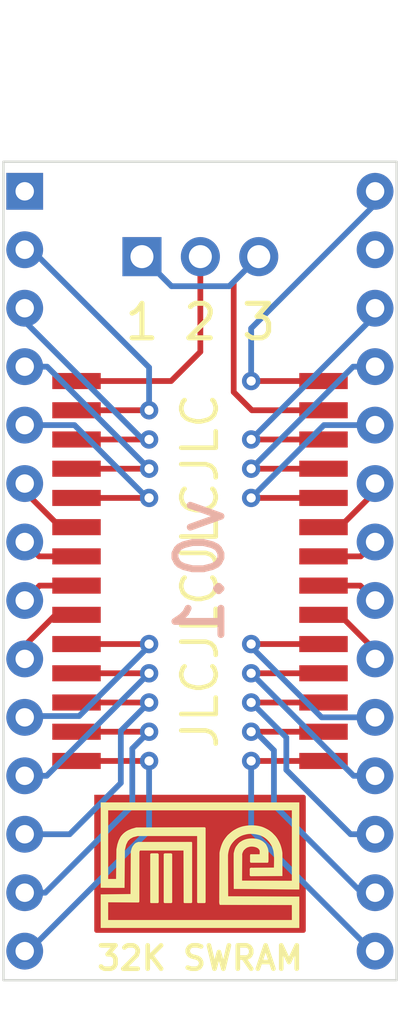
<source format=kicad_pcb>
(kicad_pcb (version 20211014) (generator pcbnew)
  (layers (0 "F.Cu" signal) (31 "B.Cu" signal) (34 "B.Paste" user) (35 "F.Paste" user) (36 "B.SilkS" user "B.Silkscreen") (37 "F.SilkS" user "F.Silkscreen") (38 "B.Mask" user) (39 "F.Mask" user) (44 "Edge.Cuts" user))
  (net 0 "")
  (net 2 "/A12")
  (net 3 "/A7")
  (net 4 "/A6")
  (net 5 "/A5")
  (net 6 "/A4")
  (net 7 "/A3")
  (net 8 "/A2")
  (net 9 "/A1")
  (net 10 "/A0")
  (net 11 "/DQ0")
  (net 12 "/DQ1")
  (net 13 "/DQ2")
  (net 14 "/VSS")
  (net 15 "/DQ3")
  (net 16 "/DQ4")
  (net 17 "/DQ5")
  (net 18 "/DQ6")
  (net 19 "/DQ7")
  (net 20 "/CE#")
  (net 21 "/A10")
  (net 22 "/0E#")
  (net 23 "/A11")
  (net 24 "/A9")
  (net 25 "/A8")
  (net 26 "/A13")
  (net 28 "/VCC")
  (net 29 "/WE#")
  (net 30 "/A14")
  (footprint "AliExpress_Stuff:AS6C62256-55SCN" (layer "F.Cu") (at 160.135 73.776)
    (fp_text reference "U2" hide)
    (fp_text value "AS6C62256-55SCN" hide)
    (pad "1" smd rect (at -5.372 -8.255 90) (size 0.7 2.107) (layers "F.Cu" "F.Paste" "F.Mask") (net 30 "/A14"))
    (pad "2" smd rect (at -5.372 -6.985 90) (size 0.7 2.107) (layers "F.Cu" "F.Paste" "F.Mask") (net 2 "/A12"))
    (pad "3" smd rect (at -5.372 -5.715 90) (size 0.7 2.107) (layers "F.Cu" "F.Paste" "F.Mask") (net 3 "/A7"))
    (pad "4" smd rect (at -5.372 -4.445 90) (size 0.7 2.107) (layers "F.Cu" "F.Paste" "F.Mask") (net 4 "/A6"))
    (pad "5" smd rect (at -5.372 -3.175 90) (size 0.7 2.107) (layers "F.Cu" "F.Paste" "F.Mask") (net 5 "/A5"))
    (pad "6" smd rect (at -5.372 -1.905 90) (size 0.7 2.107) (layers "F.Cu" "F.Paste" "F.Mask") (net 6 "/A4"))
    (pad "7" smd rect (at -5.372 -0.635 90) (size 0.7 2.107) (layers "F.Cu" "F.Paste" "F.Mask") (net 7 "/A3"))
    (pad "8" smd rect (at -5.372 0.635 90) (size 0.7 2.107) (layers "F.Cu" "F.Paste" "F.Mask") (net 8 "/A2"))
    (pad "9" smd rect (at -5.372 1.905 90) (size 0.7 2.107) (layers "F.Cu" "F.Paste" "F.Mask") (net 9 "/A1"))
    (pad "10" smd rect (at -5.372 3.175 90) (size 0.7 2.107) (layers "F.Cu" "F.Paste" "F.Mask") (net 10 "/A0"))
    (pad "11" smd rect (at -5.372 4.445 90) (size 0.7 2.107) (layers "F.Cu" "F.Paste" "F.Mask") (net 11 "/DQ0"))
    (pad "12" smd rect (at -5.372 5.715 90) (size 0.7 2.107) (layers "F.Cu" "F.Paste" "F.Mask") (net 12 "/DQ1"))
    (pad "13" smd rect (at -5.372 6.985 90) (size 0.7 2.107) (layers "F.Cu" "F.Paste" "F.Mask") (net 13 "/DQ2"))
    (pad "14" smd rect (at -5.372 8.255 90) (size 0.7 2.107) (layers "F.Cu" "F.Paste" "F.Mask") (net 14 "/VSS"))
    (pad "15" smd rect (at 5.372 8.255 90) (size 0.7 2.107) (layers "F.Cu" "F.Paste" "F.Mask") (net 15 "/DQ3"))
    (pad "16" smd rect (at 5.372 6.985 90) (size 0.7 2.107) (layers "F.Cu" "F.Paste" "F.Mask") (net 16 "/DQ4"))
    (pad "17" smd rect (at 5.372 5.715 90) (size 0.7 2.107) (layers "F.Cu" "F.Paste" "F.Mask") (net 17 "/DQ5"))
    (pad "18" smd rect (at 5.372 4.445 90) (size 0.7 2.107) (layers "F.Cu" "F.Paste" "F.Mask") (net 18 "/DQ6"))
    (pad "19" smd rect (at 5.372 3.175 90) (size 0.7 2.107) (layers "F.Cu" "F.Paste" "F.Mask") (net 19 "/DQ7"))
    (pad "20" smd rect (at 5.372 1.905 90) (size 0.7 2.107) (layers "F.Cu" "F.Paste" "F.Mask") (net 20 "/CE#"))
    (pad "21" smd rect (at 5.372 0.635 90) (size 0.7 2.107) (layers "F.Cu" "F.Paste" "F.Mask") (net 21 "/A10"))
    (pad "22" smd rect (at 5.372 -0.635 90) (size 0.7 2.107) (layers "F.Cu" "F.Paste" "F.Mask") (net 22 "/0E#"))
    (pad "23" smd rect (at 5.372 -1.905 90) (size 0.7 2.107) (layers "F.Cu" "F.Paste" "F.Mask") (net 23 "/A11"))
    (pad "24" smd rect (at 5.372 -3.175 90) (size 0.7 2.107) (layers "F.Cu" "F.Paste" "F.Mask") (net 24 "/A9"))
    (pad "25" smd rect (at 5.372 -4.445 90) (size 0.7 2.107) (layers "F.Cu" "F.Paste" "F.Mask") (net 25 "/A8"))
    (pad "26" smd rect (at 5.372 -5.715 90) (size 0.7 2.107) (layers "F.Cu" "F.Paste" "F.Mask") (net 26 "/A13"))
    (pad "27" smd rect (at 5.372 -6.985 90) (size 0.7 2.107) (layers "F.Cu" "F.Paste" "F.Mask") (net 29 "/WE#"))
    (pad "28" smd rect (at 5.372 -8.255 90) (size 0.7 2.107) (layers "F.Cu" "F.Paste" "F.Mask") (net 28 "/VCC"))
  )
  (footprint "Connector_PinHeader_2.54mm:PinHeader_1x03_P2.54mm_Horizontal" (layer "F.Cu") (at 157.61 60.115 90)
    (fp_text reference "J1" hide)
    (fp_text value "Conn_01x03_Male")
    (pad "1" thru_hole rect (at 0 0 90) (size 1.7 1.7) (drill 1) (layers *.Cu *.Mask) (net 29 "/WE#"))
    (pad "2" thru_hole oval (at 0 2.54 90) (size 1.7 1.7) (drill 1) (layers *.Cu *.Mask) (net 30 "/A14"))
    (pad "3" thru_hole oval (at 0 5.08 90) (size 1.7 1.7) (drill 1) (layers *.Cu *.Mask) (net 29 "/WE#"))
  )
  (footprint "Package_DIP:DIP-28_W15.24mm" (layer "F.Cu") (at 152.51 57.276)
    (fp_text reference "U1" hide)
    (fp_text value "AS6C62256-55SCN")
    (pad "1" thru_hole rect (at 0 0) (size 1.6 1.6) (drill 0.8) (layers *.Cu *.Mask))
    (pad "2" thru_hole oval (at 0 2.54) (size 1.6 1.6) (drill 0.8) (layers *.Cu *.Mask) (net 2 "/A12"))
    (pad "3" thru_hole oval (at 0 5.08) (size 1.6 1.6) (drill 0.8) (layers *.Cu *.Mask) (net 3 "/A7"))
    (pad "4" thru_hole oval (at 0 7.62) (size 1.6 1.6) (drill 0.8) (layers *.Cu *.Mask) (net 4 "/A6"))
    (pad "5" thru_hole oval (at 0 10.16) (size 1.6 1.6) (drill 0.8) (layers *.Cu *.Mask) (net 5 "/A5"))
    (pad "6" thru_hole oval (at 0 12.7) (size 1.6 1.6) (drill 0.8) (layers *.Cu *.Mask) (net 6 "/A4"))
    (pad "7" thru_hole oval (at 0 15.24) (size 1.6 1.6) (drill 0.8) (layers *.Cu *.Mask) (net 7 "/A3"))
    (pad "8" thru_hole oval (at 0 17.78) (size 1.6 1.6) (drill 0.8) (layers *.Cu *.Mask) (net 8 "/A2"))
    (pad "9" thru_hole oval (at 0 20.32) (size 1.6 1.6) (drill 0.8) (layers *.Cu *.Mask) (net 9 "/A1"))
    (pad "10" thru_hole oval (at 0 22.86) (size 1.6 1.6) (drill 0.8) (layers *.Cu *.Mask) (net 10 "/A0"))
    (pad "11" thru_hole oval (at 0 25.4) (size 1.6 1.6) (drill 0.8) (layers *.Cu *.Mask) (net 11 "/DQ0"))
    (pad "12" thru_hole oval (at 0 27.94) (size 1.6 1.6) (drill 0.8) (layers *.Cu *.Mask) (net 12 "/DQ1"))
    (pad "13" thru_hole oval (at 0 30.48) (size 1.6 1.6) (drill 0.8) (layers *.Cu *.Mask) (net 13 "/DQ2"))
    (pad "14" thru_hole oval (at 0 33.02) (size 1.6 1.6) (drill 0.8) (layers *.Cu *.Mask) (net 14 "/VSS"))
    (pad "15" thru_hole oval (at 15.24 33.02) (size 1.6 1.6) (drill 0.8) (layers *.Cu *.Mask) (net 15 "/DQ3"))
    (pad "16" thru_hole oval (at 15.24 30.48) (size 1.6 1.6) (drill 0.8) (layers *.Cu *.Mask) (net 16 "/DQ4"))
    (pad "17" thru_hole oval (at 15.24 27.94) (size 1.6 1.6) (drill 0.8) (layers *.Cu *.Mask) (net 17 "/DQ5"))
    (pad "18" thru_hole oval (at 15.24 25.4) (size 1.6 1.6) (drill 0.8) (layers *.Cu *.Mask) (net 18 "/DQ6"))
    (pad "19" thru_hole oval (at 15.24 22.86) (size 1.6 1.6) (drill 0.8) (layers *.Cu *.Mask) (net 19 "/DQ7"))
    (pad "20" thru_hole oval (at 15.24 20.32) (size 1.6 1.6) (drill 0.8) (layers *.Cu *.Mask) (net 20 "/CE#"))
    (pad "21" thru_hole oval (at 15.24 17.78) (size 1.6 1.6) (drill 0.8) (layers *.Cu *.Mask) (net 21 "/A10"))
    (pad "22" thru_hole oval (at 15.24 15.24) (size 1.6 1.6) (drill 0.8) (layers *.Cu *.Mask) (net 22 "/0E#"))
    (pad "23" thru_hole oval (at 15.24 12.7) (size 1.6 1.6) (drill 0.8) (layers *.Cu *.Mask) (net 23 "/A11"))
    (pad "24" thru_hole oval (at 15.24 10.16) (size 1.6 1.6) (drill 0.8) (layers *.Cu *.Mask) (net 24 "/A9"))
    (pad "25" thru_hole oval (at 15.24 7.62) (size 1.6 1.6) (drill 0.8) (layers *.Cu *.Mask) (net 25 "/A8"))
    (pad "26" thru_hole oval (at 15.24 5.08) (size 1.6 1.6) (drill 0.8) (layers *.Cu *.Mask) (net 26 "/A13"))
    (pad "27" thru_hole oval (at 15.24 2.54) (size 1.6 1.6) (drill 0.8) (layers *.Cu *.Mask))
    (pad "28" thru_hole oval (at 15.24 0) (size 1.6 1.6) (drill 0.8) (layers *.Cu *.Mask) (net 28 "/VCC"))
  )
  (gr_rect (start 155.635 83.6) (end 164.635 89.4) (layer "F.Cu") (width 0.2) (fill solid))
  (gr_poly (pts (xy 162.444478 84.828839) (xy 162.491799 84.831261) (xy 162.539073 84.835077) (xy 162.58621 84.84032) (xy 162.633124 84.847024) (xy 162.679725 84.85522) (xy 162.725927 84.864942) (xy 162.750706 84.870221) (xy 162.775228 84.876287) (xy 162.799506 84.883094) (xy 162.823548 84.890594) (xy 162.847366 84.89874) (xy 162.870969 84.907485) (xy 162.894369 84.916781) (xy 162.917576 84.926581) (xy 162.963452 84.947505) (xy 163.008681 84.969878) (xy 163.053346 84.993322) (xy 163.097532 85.01746) (xy 163.115252 85.028234) (xy 163.132729 85.039302) (xy 163.14996 85.050668) (xy 163.166945 85.062331) (xy 163.183681 85.074294) (xy 163.200168 85.086559) (xy 163.216403 85.099127) (xy 163.232387 85.112) (xy 163.248117 85.12518) (xy 163.263592 85.138667) (xy 163.27881 85.152465) (xy 163.29377 85.166574) (xy 163.308471 85.180997) (xy 163.322912 85.195734) (xy 163.33709 85.210788) (xy 163.351005 85.22616) (xy 163.374762 85.249208) (xy 163.397526 85.273128) (xy 163.419334 85.297864) (xy 163.44022 85.32336) (xy 163.460223 85.349561) (xy 163.479379 85.376412) (xy 163.497723 85.403856) (xy 163.515293 85.431839) (xy 163.532125 85.460305) (xy 163.548256 85.489198) (xy 163.563721 85.518463) (xy 163.578558 85.548045) (xy 163.606494 85.607936) (xy 163.632353 85.668427) (xy 163.647679 85.712412) (xy 163.661866 85.756875) (xy 163.674854 85.801752) (xy 163.686584 85.84698) (xy 163.696996 85.892496) (xy 163.70603 85.938237) (xy 163.713627 85.98414) (xy 163.719728 86.030141) (xy 163.719728 87.033182) (xy 162.332587 87.039753) (xy 162.327174 87.036862) (xy 162.322296 87.03372) (xy 162.317928 87.030339) (xy 162.314045 87.026731) (xy 162.31062 87.022908) (xy 162.307628 87.018883) (xy 162.305044 87.014666) (xy 162.302841 87.010271) (xy 162.300995 87.005709) (xy 162.299479 87.000993) (xy 162.298267 86.996133) (xy 162.297335 86.991143) (xy 162.296206 86.980818) (xy 162.295886 86.970114) (xy 162.29617 86.959127) (xy 162.296852 86.947953) (xy 162.298592 86.92543) (xy 162.29924 86.914272) (xy 162.299465 86.903312) (xy 162.299064 86.892646) (xy 162.29783 86.882369) (xy 162.298495 86.870654) (xy 162.298795 86.858768) (xy 162.298588 86.834617) (xy 162.296956 86.785744) (xy 162.296682 86.761561) (xy 162.296932 86.749651) (xy 162.297536 86.737906) (xy 162.298566 86.726362) (xy 162.300094 86.715051) (xy 162.302191 86.704006) (xy 162.30493 86.693263) (xy 162.309454 86.689214) (xy 162.314138 86.685602) (xy 162.318974 86.682405) (xy 162.323952 86.679599) (xy 162.329065 86.677163) (xy 162.334306 86.675074) (xy 162.339665 86.673311) (xy 162.345135 86.671851) (xy 162.356373 86.66975) (xy 162.367957 86.668595) (xy 162.379821 86.668206) (xy 162.391901 86.668407) (xy 162.44107 86.671539) (xy 162.453251 86.672014) (xy 162.465257 86.672011) (xy 162.477023 86.67135) (xy 162.488485 86.669855) (xy 163.349889 86.664211) (xy 163.355916 86.339907) (xy 163.355402 86.258909) (xy 163.352588 86.177999) (xy 163.346731 86.097207) (xy 163.342428 86.056863) (xy 163.337084 86.01656) (xy 163.335629 85.998062) (xy 163.333396 85.979687) (xy 163.330448 85.961429) (xy 163.326851 85.943281) (xy 163.322668 85.925239) (xy 163.317965 85.907296) (xy 163.312806 85.889447) (xy 163.307255 85.871686) (xy 163.295237 85.836405) (xy 163.282428 85.801408) (xy 163.2565 85.732082) (xy 163.243607 85.706865) (xy 163.230077 85.682002) (xy 163.215908 85.657519) (xy 163.201099 85.63344) (xy 163.185648 85.609792) (xy 163.169554 85.586601) (xy 163.152815 85.563891) (xy 163.135431 85.541689) (xy 163.1174 85.520019) (xy 163.09872 85.498908) (xy 163.079391 85.478382) (xy 163.05941 85.458465) (xy 163.038777 85.439183) (xy 163.017491 85.420563) (xy 162.995549 85.402629) (xy 162.972951 85.385407) (xy 162.959724 85.375727) (xy 162.946236 85.366325) (xy 162.932503 85.357198) (xy 162.918544 85.34834) (xy 162.890017 85.331423) (xy 162.860797 85.315544) (xy 162.831025 85.300676) (xy 162.800844 85.286789) (xy 162.770394 85.273856) (xy 162.739818 85.261847) (xy 162.661479 85.24084) (xy 162.621528 85.231572) (xy 162.581118 85.223271) (xy 162.540295 85.216047) (xy 162.499104 85.210008) (xy 162.457593 85.205262) (xy 162.415806 85.201917) (xy 162.37379 85.200083) (xy 162.331591 85.199866) (xy 162.289255 85.201377) (xy 162.246828 85.204722) (xy 162.204356 85.210011) (xy 162.161885 85.217352) (xy 162.119461 85.226854) (xy 162.07713 85.238624) (xy 162.047819 85.245966) (xy 162.018901 85.254478) (xy 161.990382 85.264109) (xy 161.962269 85.274806) (xy 161.934567 85.286517) (xy 161.907283 85.29919) (xy 161.880424 85.312773) (xy 161.853994 85.327214) (xy 161.828002 85.342461) (xy 161.802452 85.358462) (xy 161.777351 85.375164) (xy 161.752705 85.392517) (xy 161.728521 85.410467) (xy 161.704804 85.428963) (xy 161.681561 85.447953) (xy 161.658799 85.467385) (xy 161.630305 85.49668) (xy 161.602431 85.52644) (xy 161.575391 85.556829) (xy 161.562251 85.57231) (xy 161.549401 85.588008) (xy 161.536866 85.603945) (xy 161.524675 85.62014) (xy 161.512854 85.636613) (xy 161.501429 85.653385) (xy 161.490428 85.670476) (xy 161.479878 85.687906) (xy 161.469805 85.705696) (xy 161.460237 85.723866) (xy 161.44882 85.74714) (xy 161.438112 85.770746) (xy 161.428095 85.794661) (xy 161.418752 85.81886) (xy 161.410064 85.84332) (xy 161.402015 85.868016) (xy 161.394585 85.892926) (xy 161.387759 85.918024) (xy 161.381517 85.943288) (xy 161.375842 85.968693) (xy 161.366123 86.019832) (xy 161.358459 86.07125) (xy 161.352709 86.122756) (xy 161.359127 87.591225) (xy 161.36043 87.890308) (xy 161.360523 87.911112) (xy 164.455 87.924351) (xy 164.455 89.288671) (xy 155.815 89.288671) (xy 155.815 87.829288) (xy 157.112099 87.81366) (xy 157.113712 87.55473) (xy 157.117898 86.888041) (xy 157.123696 85.962394) (xy 157.145741 85.886429) (xy 157.167755 85.810435) (xy 157.187351 85.771895) (xy 157.206916 85.733353) (xy 157.251285 85.678721) (xy 157.259697 85.668128) (xy 157.267965 85.657532) (xy 157.276299 85.647115) (xy 157.280556 85.64203) (xy 157.284909 85.637058) (xy 157.289383 85.63222) (xy 157.294006 85.627539) (xy 157.298802 85.623039) (xy 157.3038 85.618742) (xy 157.309024 85.614669) (xy 157.314501 85.610845) (xy 157.320257 85.60729) (xy 157.323248 85.605622) (xy 157.326319 85.604029) (xy 157.357015 85.583966) (xy 157.404702 85.567007) (xy 157.45242 85.550015) (xy 158.614705 85.549458) (xy 159.776991 85.5489) (xy 159.784743 85.569021) (xy 159.792463 85.589144) (xy 159.792463 88.177545) (xy 159.777177 88.192831) (xy 159.76186 88.208085) (xy 159.608195 88.207869) (xy 159.454531 88.207683) (xy 159.438655 88.197636) (xy 159.42278 88.18759) (xy 159.42185 87.868974) (xy 159.421013 87.574573) (xy 159.419524 87.055907) (xy 159.416269 85.924225) (xy 157.528911 85.924225) (xy 157.523851 85.93049) (xy 157.519468 85.936402) (xy 157.515707 85.942019) (xy 157.512514 85.947396) (xy 157.509833 85.952587) (xy 157.507609 85.957648) (xy 157.505789 85.962635) (xy 157.504316 85.967603) (xy 157.503137 85.972608) (xy 157.502197 85.977704) (xy 157.50144 85.982947) (xy 157.500812 85.988392) (xy 157.498495 86.013306) (xy 157.49775 87.082697) (xy 157.49744 87.558017) (xy 157.497254 87.847798) (xy 157.497037 88.15209) (xy 157.481751 88.167376) (xy 157.466465 88.18263) (xy 156.140314 88.173731) (xy 156.140314 88.942459) (xy 164.129655 88.942459) (xy 164.129655 88.293321) (xy 160.996452 88.286345) (xy 160.992107 88.277343) (xy 160.98821 88.268259) (xy 160.981674 88.249866) (xy 160.976667 88.231196) (xy 160.973016 88.212281) (xy 160.970544 88.193153) (xy 160.969076 88.173843) (xy 160.968436 88.154384) (xy 160.96845 88.134807) (xy 160.969736 88.095425) (xy 160.971529 88.055951) (xy 160.972427 88.01664) (xy 160.972102 87.997124) (xy 160.971027 87.977744) (xy 160.971461 87.886027) (xy 160.972856 87.587907) (xy 160.976375 86.803338) (xy 160.98253 86.019041) (xy 160.995425 85.949536) (xy 161.010841 85.880555) (xy 161.019534 85.84631) (xy 161.028906 85.812256) (xy 161.038972 85.778411) (xy 161.049749 85.744797) (xy 161.061253 85.711433) (xy 161.0735 85.678338) (xy 161.086506 85.645534) (xy 161.100286 85.613038) (xy 161.114858 85.580872) (xy 161.130237 85.549054) (xy 161.146439 85.517606) (xy 161.16348 85.486547) (xy 161.184533 85.455136) (xy 161.206065 85.423816) (xy 161.228122 85.392718) (xy 161.250746 85.361973) (xy 161.273983 85.331711) (xy 161.297877 85.302063) (xy 161.322471 85.273161) (xy 161.34781 85.245135) (xy 161.423065 85.179502) (xy 161.460899 85.146969) (xy 161.499324 85.115253) (xy 161.518864 85.099849) (xy 161.53868 85.084828) (xy 161.558814 85.070246) (xy 161.579309 85.056165) (xy 161.600207 85.042642) (xy 161.62155 85.029738) (xy 161.643381 85.01751) (xy 161.665744 85.006017) (xy 161.68454 84.995067) (xy 161.703584 84.984493) (xy 161.742358 84.964463) (xy 161.781948 84.945899) (xy 161.822236 84.928774) (xy 161.863102 84.913058) (xy 161.904428 84.898723) (xy 161.946096 84.885743) (xy 161.987988 84.874087) (xy 162.030949 84.864365) (xy 162.074743 84.855711) (xy 162.11928 84.848159) (xy 162.164473 84.841739) (xy 162.210233 84.836486) (xy 162.256474 84.832431) (xy 162.303107 84.829606) (xy 162.350044 84.828044) (xy 162.397197 84.827777)) (layer "F.SilkS") (width 0) (fill solid))
  (gr_poly (pts (xy 158.900642 86.058264) (xy 158.925291 86.07144) (xy 158.925291 88.177545) (xy 158.910005 88.1928) (xy 158.894688 88.208054) (xy 158.586087 88.208054) (xy 158.570801 88.1928) (xy 158.555485 88.177545) (xy 158.555485 86.071783) (xy 158.577809 86.058852) (xy 158.600133 86.045831) (xy 158.738047 86.045458) (xy 158.875992 86.045086)) (layer "F.SilkS") (width 0) (fill solid))
  (gr_poly (pts (xy 164.455 87.617827) (xy 163.918546 87.614387) (xy 163.30369 87.607935) (xy 162.389577 87.597917) (xy 161.602833 87.593054) (xy 161.599226 86.818949) (xy 161.597751 86.431938) (xy 161.598554 86.045211) (xy 161.618132 85.966897) (xy 161.628325 85.927897) (xy 161.639583 85.889317) (xy 161.645798 85.870257) (xy 161.652502 85.851391) (xy 161.659772 85.832747) (xy 161.66768 85.814355) (xy 161.676303 85.796245) (xy 161.685714 85.778445) (xy 161.695987 85.760986) (xy 161.707199 85.743896) (xy 161.752928 85.683899) (xy 161.776189 85.654054) (xy 161.788138 85.639435) (xy 161.800382 85.625119) (xy 161.812984 85.61118) (xy 161.826008 85.597696) (xy 161.839514 85.58474) (xy 161.853567 85.572389) (xy 161.868228 85.560719) (xy 161.88356 85.549804) (xy 161.899626 85.53972) (xy 161.907954 85.535014) (xy 161.916489 85.530543) (xy 161.939325 85.514706) (xy 161.963763 85.499714) (xy 162.017035 85.472386) (xy 162.075499 85.448791) (xy 162.138343 85.429165) (xy 162.20476 85.413741) (xy 162.273941 85.402752) (xy 162.345076 85.396434) (xy 162.417357 85.395021) (xy 162.489974 85.398745) (xy 162.56212 85.407841) (xy 162.632984 85.422544) (xy 162.667683 85.43207) (xy 162.701758 85.443086) (xy 162.735109 85.455621) (xy 162.767633 85.469703) (xy 162.799231 85.485363) (xy 162.829801 85.502628) (xy 162.859241 85.521529) (xy 162.887451 85.542095) (xy 162.91433 85.564355) (xy 162.939776 85.588339) (xy 162.952797 85.598588) (xy 162.964941 85.609595) (xy 162.976274 85.621295) (xy 162.98686 85.633621) (xy 162.996766 85.646506) (xy 163.006056 85.659884) (xy 163.014798 85.673688) (xy 163.023055 85.687852) (xy 163.030895 85.70231) (xy 163.038382 85.716995) (xy 163.052562 85.746781) (xy 163.07958 85.806155) (xy 163.084922 85.822598) (xy 163.089838 85.839096) (xy 163.094327 85.855648) (xy 163.098391 85.872255) (xy 163.102029 85.888917) (xy 163.105241 85.905633) (xy 163.108028 85.922403) (xy 163.110389 85.939228) (xy 163.112325 85.956107) (xy 163.113835 85.973041) (xy 163.11492 85.990029) (xy 163.115579 86.007071) (xy 163.115814 86.024168) (xy 163.115623 86.041318) (xy 163.115007 86.058523) (xy 163.113966 86.075782) (xy 163.11336 86.11794) (xy 163.113495 86.160284) (xy 163.114546 86.245169) (xy 163.114739 86.287528) (xy 163.114229 86.329711) (xy 163.112655 86.371627) (xy 163.109656 86.413187) (xy 163.108298 86.419108) (xy 163.106608 86.424478) (xy 163.104602 86.429322) (xy 163.102295 86.433665) (xy 163.099703 86.437532) (xy 163.09684 86.440949) (xy 163.093721 86.44394) (xy 163.090362 86.446532) (xy 163.086779 86.448749) (xy 163.082985 86.450616) (xy 163.078996 86.452159) (xy 163.074828 86.453402) (xy 163.070495 86.454372) (xy 163.066013 86.455093) (xy 163.056661 86.455891) (xy 163.046894 86.455996) (xy 163.036833 86.45561) (xy 163.016312 86.454176) (xy 163.006096 86.453531) (xy 162.996069 86.453202) (xy 162.986355 86.453393) (xy 162.977074 86.454303) (xy 162.341176 86.454303) (xy 162.336182 86.450711) (xy 162.331698 86.446908) (xy 162.3277 86.442904) (xy 162.324161 86.438711) (xy 162.321057 86.434337) (xy 162.318364 86.429793) (xy 162.316056 86.425091) (xy 162.314108 86.420239) (xy 162.312496 86.415249) (xy 162.311194 86.41013) (xy 162.310177 86.404893) (xy 162.309421 86.399549) (xy 162.30859 86.388578) (xy 162.308502 86.377301) (xy 162.308957 86.365799) (xy 162.309755 86.354155) (xy 162.311583 86.330773) (xy 162.312213 86.319199) (xy 162.312388 86.307814) (xy 162.311908 86.2967) (xy 162.310573 86.285939) (xy 162.311401 86.273373) (xy 162.311722 86.260714) (xy 162.311647 86.247981) (xy 162.311291 86.235196) (xy 162.309302 86.183952) (xy 162.309228 86.17122) (xy 162.309548 86.15856) (xy 162.310376 86.145994) (xy 162.311824 86.133542) (xy 162.314006 86.121226) (xy 162.317033 86.109067) (xy 162.321018 86.097084) (xy 162.323406 86.091166) (xy 162.326076 86.0853) (xy 162.731416 86.0853) (xy 162.730459 86.071675) (xy 162.730198 86.057838) (xy 162.730448 86.043844) (xy 162.731024 86.029751) (xy 162.732411 86.001494) (xy 162.73285 85.987444) (xy 162.732874 85.973521) (xy 162.732296 85.959783) (xy 162.73093 85.946287) (xy 162.728592 85.933088) (xy 162.727001 85.926619) (xy 162.725096 85.920245) (xy 162.722856 85.913975) (xy 162.720256 85.907815) (xy 162.717275 85.901771) (xy 162.713887 85.895852) (xy 162.710072 85.890065) (xy 162.705804 85.884416) (xy 162.701061 85.878913) (xy 162.695821 85.873562) (xy 162.689636 85.863911) (xy 162.682319 85.854603) (xy 162.673931 85.845645) (xy 162.664532 85.837046) (xy 162.654186 85.828816) (xy 162.642953 85.820962) (xy 162.618074 85.806418) (xy 162.590388 85.793484) (xy 162.560389 85.782228) (xy 162.528569 85.772719) (xy 162.495422 85.765027) (xy 162.46144 85.759219) (xy 162.427117 85.755365) (xy 162.392946 85.753535) (xy 162.359418 85.753796) (xy 162.327029 85.756217) (xy 162.29627 85.760868) (xy 162.267635 85.767817) (xy 162.254268 85.772175) (xy 162.241616 85.777133) (xy 162.233385 85.779121) (xy 162.225297 85.781385) (xy 162.217349 85.783914) (xy 162.209535 85.786698) (xy 162.201853 85.789728) (xy 162.194298 85.792993) (xy 162.179555 85.80019) (xy 162.165275 85.808207) (xy 162.151425 85.816964) (xy 162.137974 85.826381) (xy 162.124892 85.836377) (xy 162.112145 85.846872) (xy 162.099704 85.857786) (xy 162.087535 85.869037) (xy 162.075609 85.880545) (xy 162.052355 85.904013) (xy 162.029691 85.927543) (xy 162.018096 85.952665) (xy 162.006158 85.977714) (xy 161.994678 86.002864) (xy 161.989358 86.015531) (xy 161.984452 86.028288) (xy 161.98006 86.041158) (xy 161.976282 86.054161) (xy 161.973216 86.06732) (xy 161.970964 86.080657) (xy 161.969624 86.094193) (xy 161.969297 86.107949) (xy 161.969545 86.114917) (xy 161.970083 86.121949) (xy 161.970925 86.129046) (xy 161.972082 86.136212) (xy 161.964858 87.230564) (xy 164.129655 87.236921) (xy 164.129655 84.17754) (xy 156.140314 84.17754) (xy 156.140314 87.159374) (xy 156.483239 87.158413) (xy 156.490494 86.51588) (xy 156.49778 85.873344) (xy 156.518771 85.765197) (xy 156.539762 85.657047) (xy 156.566799 85.574355) (xy 156.593774 85.491631) (xy 156.632253 85.413125) (xy 156.64246 85.392387) (xy 156.652785 85.372015) (xy 156.663465 85.352063) (xy 156.669012 85.342261) (xy 156.674736 85.332583) (xy 156.680668 85.323037) (xy 156.686836 85.31363) (xy 156.693271 85.304366) (xy 156.700002 85.295254) (xy 156.707059 85.2863) (xy 156.714471 85.277511) (xy 156.722268 85.268892) (xy 156.730479 85.260452) (xy 156.745877 85.242103) (xy 156.762337 85.223815) (xy 156.779797 85.205662) (xy 156.798194 85.187717) (xy 156.817466 85.170054) (xy 156.837551 85.152747) (xy 156.858388 85.13587) (xy 156.879912 85.119497) (xy 156.902064 85.103702) (xy 156.924779 85.088558) (xy 156.947996 85.074139) (xy 156.971653 85.060519) (xy 156.995688 85.047772) (xy 157.020038 85.035972) (xy 157.044641 85.025192) (xy 157.069435 85.015506) (xy 157.165895 84.975445) (xy 157.264524 84.947789) (xy 157.363154 84.920132) (xy 158.853358 84.916039) (xy 160.343592 84.911946) (xy 160.361327 84.926613) (xy 160.379063 84.941308) (xy 160.379063 88.177545) (xy 160.363777 88.192831) (xy 160.348491 88.208085) (xy 160.039859 88.208085) (xy 160.024573 88.192831) (xy 160.009256 88.177545) (xy 160.009256 85.294434) (xy 157.424608 85.294434) (xy 157.325978 85.31961) (xy 157.227348 85.344787) (xy 157.163383 85.379514) (xy 157.099418 85.41424) (xy 157.049685 85.463849) (xy 156.999951 85.513491) (xy 156.961566 85.591657) (xy 156.923181 85.66976) (xy 156.895648 85.784296) (xy 156.868145 85.898799) (xy 156.86058 86.712302) (xy 156.853325 87.547042) (xy 156.334164 87.546605) (xy 155.815 87.543568) (xy 155.815 83.83133) (xy 164.455 83.83133)) (layer "F.SilkS") (width 0) (fill solid))
  (gr_poly (pts (xy 158.318661 86.065085) (xy 158.338691 86.085084) (xy 158.338691 88.177545) (xy 158.323405 88.1928) (xy 158.308088 88.208054) (xy 158.009223 88.208054) (xy 157.989038 88.200364) (xy 157.968884 88.192615) (xy 157.968884 86.071783) (xy 157.991178 86.058852) (xy 157.991178 86.058821) (xy 158.013502 86.045831) (xy 158.156067 86.045458) (xy 158.298632 86.045086)) (layer "F.SilkS") (width 0) (fill solid))
  (gr_rect (start 151.585 91.56) (end 168.685 55.99) (layer "Edge.Cuts") (width 0.1) (fill none))
  (gr_text "v0.1" (at 160.135 73.776001 90) (layer "B.SilkS") (effects (font (size 2 2) (thickness 0.3)) (justify mirror)))
  (gr_text "3" (at 162.69 62.96) (layer "F.SilkS") (effects (font (size 1.5 1.5) (thickness 0.22))))
  (gr_text "JLCJLCJLCJLC" (at 160.135 73.776 90) (layer "F.SilkS") (effects (font (size 1.5 1.5) (thickness 0.2))))
  (gr_text "2" (at 160.15 62.96) (layer "F.SilkS") (effects (font (size 1.5 1.5) (thickness 0.22))))
  (gr_text "1" (at 157.61 62.96) (layer "F.SilkS") (effects (font (size 1.5 1.5) (thickness 0.22))))
  (gr_text "32K SWRAM" (at 160.135 90.6) (layer "F.SilkS") (effects (font (size 1.016 1.016) (thickness 0.2))))
  (segment (start 157.92 66.791) (end 154.763 66.791) (width 0.25) (layer "F.Cu") (net 2))
  (via (at 157.92 66.791) (size 0.8) (drill 0.4) (layers "F.Cu" "B.Cu") (net 2))
  (segment (start 152.51 59.816) (end 152.806 59.816) (width 0.25) (layer "B.Cu") (net 2))
  (segment (start 157.92 64.93) (end 157.92 66.791) (width 0.25) (layer "B.Cu") (net 2))
  (segment (start 152.806 59.816) (end 157.92 64.93) (width 0.25) (layer "B.Cu") (net 2))
  (segment (start 157.92 68.061) (end 154.763 68.061) (width 0.25) (layer "F.Cu") (net 3))
  (via (at 157.92 68.061) (size 0.8) (drill 0.4) (layers "F.Cu" "B.Cu") (net 3))
  (segment (start 157.641 68.061) (end 157.92 68.061) (width 0.25) (layer "B.Cu") (net 3))
  (segment (start 152.51 62.356) (end 152.51 62.93) (width 0.25) (layer "B.Cu") (net 3))
  (segment (start 152.51 62.93) (end 157.641 68.061) (width 0.25) (layer "B.Cu") (net 3))
  (segment (start 157.92 69.331) (end 154.763 69.331) (width 0.25) (layer "F.Cu") (net 4))
  (via (at 157.92 69.331) (size 0.8) (drill 0.4) (layers "F.Cu" "B.Cu") (net 4))
  (segment (start 153.485 64.896) (end 157.92 69.331) (width 0.25) (layer "B.Cu") (net 4))
  (segment (start 152.51 64.896) (end 153.485 64.896) (width 0.25) (layer "B.Cu") (net 4))
  (segment (start 157.92 70.601) (end 154.763 70.601) (width 0.25) (layer "F.Cu") (net 5))
  (via (at 157.92 70.601) (size 0.8) (drill 0.4) (layers "F.Cu" "B.Cu") (net 5))
  (segment (start 157.841 70.601) (end 157.92 70.601) (width 0.25) (layer "B.Cu") (net 5))
  (segment (start 152.51 67.436) (end 154.676 67.436) (width 0.25) (layer "B.Cu") (net 5))
  (segment (start 154.676 67.436) (end 157.841 70.601) (width 0.25) (layer "B.Cu") (net 5))
  (segment (start 154.763 71.871) (end 154.0595 71.871) (width 0.25) (layer "F.Cu") (net 6))
  (segment (start 152.51 70.3215) (end 152.51 69.976) (width 0.25) (layer "F.Cu") (net 6))
  (segment (start 154.0595 71.871) (end 152.51 70.3215) (width 0.25) (layer "F.Cu") (net 6))
  (segment (start 153.135 73.141) (end 152.51 72.516) (width 0.25) (layer "F.Cu") (net 7))
  (segment (start 154.763 73.141) (end 153.135 73.141) (width 0.25) (layer "F.Cu") (net 7))
  (segment (start 153.155 74.411) (end 154.763 74.411) (width 0.25) (layer "F.Cu") (net 8))
  (segment (start 152.51 75.056) (end 153.155 74.411) (width 0.25) (layer "F.Cu") (net 8))
  (segment (start 152.51 77.596) (end 152.51 77.02) (width 0.25) (layer "F.Cu") (net 9))
  (segment (start 152.51 77.02) (end 153.849 75.681) (width 0.25) (layer "F.Cu") (net 9))
  (segment (start 153.849 75.681) (end 154.763 75.681) (width 0.25) (layer "F.Cu") (net 9))
  (segment (start 157.92 76.951) (end 154.763 76.951) (width 0.25) (layer "F.Cu") (net 10))
  (via (at 157.92 76.951) (size 0.8) (drill 0.4) (layers "F.Cu" "B.Cu") (net 10))
  (segment (start 157.92 76.951) (end 157.92 77.04) (width 0.25) (layer "B.Cu") (net 10))
  (segment (start 157.92 77.04) (end 154.88 80.08) (width 0.25) (layer "B.Cu") (net 10))
  (segment (start 154.88 80.08) (end 152.566 80.08) (width 0.25) (layer "B.Cu") (net 10))
  (segment (start 152.566 80.08) (end 152.51 80.136) (width 0.25) (layer "B.Cu") (net 10))
  (segment (start 157.92 78.221) (end 154.763 78.221) (width 0.25) (layer "F.Cu") (net 11))
  (via (at 157.92 78.221) (size 0.8) (drill 0.4) (layers "F.Cu" "B.Cu") (net 11))
  (segment (start 157.92 78.221) (end 153.465 82.676) (width 0.25) (layer "B.Cu") (net 11))
  (segment (start 153.465 82.676) (end 152.51 82.676) (width 0.25) (layer "B.Cu") (net 11))
  (segment (start 157.92 79.491) (end 154.763 79.491) (width 0.25) (layer "F.Cu") (net 12))
  (via (at 157.92 79.491) (size 0.8) (drill 0.4) (layers "F.Cu" "B.Cu") (net 12))
  (segment (start 156.69 82.99) (end 154.464 85.216) (width 0.25) (layer "B.Cu") (net 12))
  (segment (start 154.464 85.216) (end 152.51 85.216) (width 0.25) (layer "B.Cu") (net 12))
  (segment (start 156.69 80.721) (end 156.69 82.99) (width 0.25) (layer "B.Cu") (net 12))
  (segment (start 157.92 79.491) (end 156.69 80.721) (width 0.25) (layer "B.Cu") (net 12))
  (segment (start 157.92 80.761) (end 154.763 80.761) (width 0.25) (layer "F.Cu") (net 13))
  (via (at 157.92 80.761) (size 0.8) (drill 0.4) (layers "F.Cu" "B.Cu") (net 13))
  (segment (start 157.19 83.97) (end 153.404 87.756) (width 0.25) (layer "B.Cu") (net 13))
  (segment (start 153.404 87.756) (end 152.51 87.756) (width 0.25) (layer "B.Cu") (net 13))
  (segment (start 157.92 80.761) (end 157.19 81.491) (width 0.25) (layer "B.Cu") (net 13))
  (segment (start 157.19 81.491) (end 157.19 83.97) (width 0.25) (layer "B.Cu") (net 13))
  (segment (start 157.92 82.031) (end 154.763 82.031) (width 0.25) (layer "F.Cu") (net 14))
  (via (at 157.92 82.031) (size 0.8) (drill 0.4) (layers "F.Cu" "B.Cu") (net 14))
  (segment (start 157.92 85.05) (end 152.674 90.296) (width 0.25) (layer "B.Cu") (net 14))
  (segment (start 152.674 90.296) (end 152.51 90.296) (width 0.25) (layer "B.Cu") (net 14))
  (segment (start 157.92 82.031) (end 157.92 85.05) (width 0.25) (layer "B.Cu") (net 14))
  (segment (start 165.507 82.031) (end 162.450911 82.031) (width 0.25) (layer "F.Cu") (net 15))
  (via (at 162.36 82.031) (size 0.8) (drill 0.4) (layers "F.Cu" "B.Cu") (net 15))
  (segment (start 167.75 90.296) (end 167.616 90.296) (width 0.25) (layer "B.Cu") (net 15))
  (segment (start 167.616 90.296) (end 162.36 85.04) (width 0.25) (layer "B.Cu") (net 15))
  (segment (start 162.36 85.04) (end 162.36 82.031) (width 0.25) (layer "B.Cu") (net 15))
  (segment (start 162.489 80.761) (end 162.379701 80.870299) (width 0.25) (layer "F.Cu") (net 16))
  (segment (start 165.507 80.761) (end 162.489 80.761) (width 0.25) (layer "F.Cu") (net 16))
  (via (at 162.36 80.761) (size 0.8) (drill 0.4) (layers "F.Cu" "B.Cu") (net 16))
  (segment (start 163.35 81.57) (end 162.541 80.761) (width 0.25) (layer "B.Cu") (net 16))
  (segment (start 167.75 87.756) (end 167.166 87.756) (width 0.25) (layer "B.Cu") (net 16))
  (segment (start 167.166 87.756) (end 163.35 83.94) (width 0.25) (layer "B.Cu") (net 16))
  (segment (start 162.541 80.761) (end 162.36 80.761) (width 0.25) (layer "B.Cu") (net 16))
  (segment (start 163.35 83.94) (end 163.35 81.57) (width 0.25) (layer "B.Cu") (net 16))
  (segment (start 165.507 79.491) (end 162.389 79.491) (width 0.25) (layer "F.Cu") (net 17))
  (segment (start 162.389 79.491) (end 162.36 79.52) (width 0.25) (layer "F.Cu") (net 17))
  (via (at 162.36 79.491) (size 0.8) (drill 0.4) (layers "F.Cu" "B.Cu") (net 17))
  (segment (start 163.89 81.01) (end 162.371 79.491) (width 0.25) (layer "B.Cu") (net 17))
  (segment (start 163.89 82.42) (end 163.89 81.01) (width 0.25) (layer "B.Cu") (net 17))
  (segment (start 162.371 79.491) (end 162.36 79.491) (width 0.25) (layer "B.Cu") (net 17))
  (segment (start 167.75 85.216) (end 166.686 85.216) (width 0.25) (layer "B.Cu") (net 17))
  (segment (start 166.686 85.216) (end 163.89 82.42) (width 0.25) (layer "B.Cu") (net 17))
  (segment (start 162.36 78.221) (end 165.507 78.221) (width 0.25) (layer "F.Cu") (net 18))
  (via (at 162.36 78.221) (size 0.8) (drill 0.4) (layers "F.Cu" "B.Cu") (net 18))
  (segment (start 167.75 82.676) (end 166.815 82.676) (width 0.25) (layer "B.Cu") (net 18))
  (segment (start 166.815 82.676) (end 162.36 78.221) (width 0.25) (layer "B.Cu") (net 18))
  (segment (start 162.36 76.951) (end 165.507 76.951) (width 0.25) (layer "F.Cu") (net 19))
  (via (at 162.36 76.951) (size 0.8) (drill 0.4) (layers "F.Cu" "B.Cu") (net 19))
  (segment (start 165.426 80.136) (end 162.36 77.07) (width 0.25) (layer "B.Cu") (net 19))
  (segment (start 167.75 80.136) (end 165.426 80.136) (width 0.25) (layer "B.Cu") (net 19))
  (segment (start 162.36 77.07) (end 162.36 76.951) (width 0.25) (layer "B.Cu") (net 19))
  (segment (start 167.75 77.596) (end 167.75 77.2205) (width 0.25) (layer "F.Cu") (net 20))
  (segment (start 167.75 77.2205) (end 166.2105 75.681) (width 0.25) (layer "F.Cu") (net 20))
  (segment (start 166.2105 75.681) (end 165.507 75.681) (width 0.25) (layer "F.Cu") (net 20))
  (segment (start 167.75 75.056) (end 167.105 74.411) (width 0.25) (layer "F.Cu") (net 21))
  (segment (start 167.105 74.411) (end 165.507 74.411) (width 0.25) (layer "F.Cu") (net 21))
  (segment (start 167.75 72.516) (end 167.125 73.141) (width 0.25) (layer "F.Cu") (net 22))
  (segment (start 167.125 73.141) (end 165.507 73.141) (width 0.25) (layer "F.Cu") (net 22))
  (segment (start 166.2105 71.871) (end 165.507 71.871) (width 0.25) (layer "F.Cu") (net 23))
  (segment (start 167.75 70.3315) (end 166.2105 71.871) (width 0.25) (layer "F.Cu") (net 23))
  (segment (start 167.75 69.976) (end 167.75 70.3315) (width 0.25) (layer "F.Cu") (net 23))
  (segment (start 162.36 70.601) (end 165.507 70.601) (width 0.25) (layer "F.Cu") (net 24))
  (via (at 162.36 70.601) (size 0.8) (drill 0.4) (layers "F.Cu" "B.Cu") (net 24))
  (segment (start 167.75 67.436) (end 165.525 67.436) (width 0.25) (layer "B.Cu") (net 24))
  (segment (start 165.525 67.436) (end 162.36 70.601) (width 0.25) (layer "B.Cu") (net 24))
  (segment (start 162.36 69.331) (end 165.507 69.331) (width 0.25) (layer "F.Cu") (net 25))
  (via (at 162.36 69.331) (size 0.8) (drill 0.4) (layers "F.Cu" "B.Cu") (net 25))
  (segment (start 166.795 64.896) (end 162.36 69.331) (width 0.25) (layer "B.Cu") (net 25))
  (segment (start 167.75 64.896) (end 166.795 64.896) (width 0.25) (layer "B.Cu") (net 25))
  (segment (start 162.36 68.061) (end 165.507 68.061) (width 0.25) (layer "F.Cu") (net 26))
  (via (at 162.36 68.061) (size 0.8) (drill 0.4) (layers "F.Cu" "B.Cu") (net 26))
  (segment (start 167.75 62.671) (end 162.36 68.061) (width 0.25) (layer "B.Cu") (net 26))
  (segment (start 167.75 62.356) (end 167.75 62.671) (width 0.25) (layer "B.Cu") (net 26))
  (segment (start 162.36 65.521) (end 165.507 65.521) (width 0.25) (layer "F.Cu") (net 28))
  (via (at 162.36 65.521) (size 0.8) (drill 0.4) (layers "F.Cu" "B.Cu") (net 28))
  (segment (start 167.75 57.84) (end 162.36 63.23) (width 0.25) (layer "B.Cu") (net 28))
  (segment (start 167.75 57.276) (end 167.75 57.84) (width 0.25) (layer "B.Cu") (net 28))
  (segment (start 162.36 63.23) (end 162.36 65.521) (width 0.25) (layer "B.Cu") (net 28))
  (segment (start 161.6 66) (end 161.6 61.205) (width 0.25) (layer "F.Cu") (net 29))
  (segment (start 162.391 66.791) (end 161.6 66) (width 0.25) (layer "F.Cu") (net 29))
  (segment (start 165.507 66.791) (end 162.391 66.791) (width 0.25) (layer "F.Cu") (net 29))
  (segment (start 161.6 61.205) (end 162.69 60.115) (width 0.25) (layer "F.Cu") (net 29))
  (segment (start 157.61 60.115) (end 158.895 61.4) (width 0.25) (layer "B.Cu") (net 29))
  (segment (start 161.405 61.4) (end 162.69 60.115) (width 0.25) (layer "B.Cu") (net 29))
  (segment (start 158.895 61.4) (end 161.405 61.4) (width 0.25) (layer "B.Cu") (net 29))
  (segment (start 160.15 64.25) (end 158.879 65.521) (width 0.25) (layer "F.Cu") (net 30))
  (segment (start 160.15 60.115) (end 160.15 64.25) (width 0.25) (layer "F.Cu") (net 30))
  (segment (start 158.879 65.521) (end 154.763 65.521) (width 0.25) (layer "F.Cu") (net 30))
)
</source>
